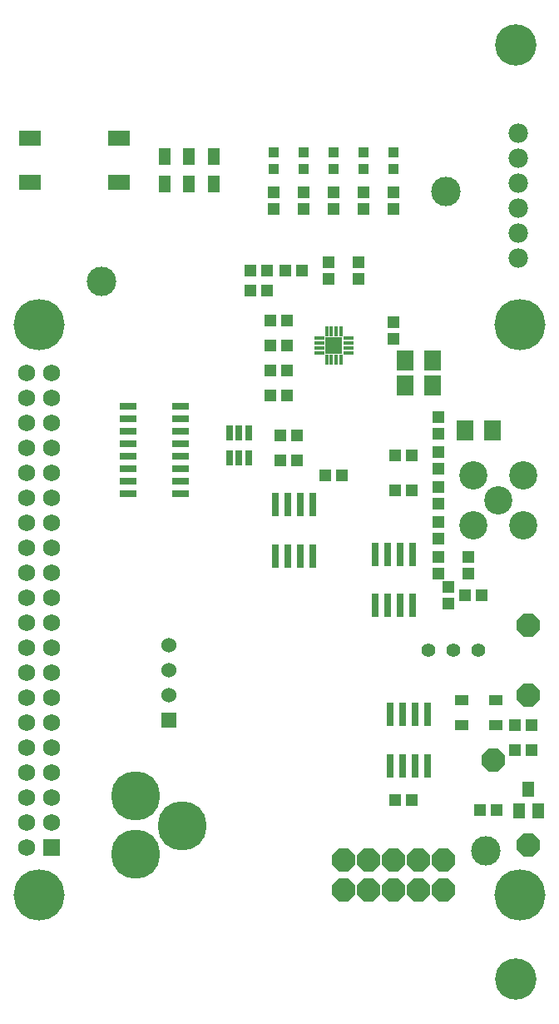
<source format=gts>
G04 EAGLE Gerber RS-274X export*
G75*
%MOMM*%
%FSLAX34Y34*%
%LPD*%
%INSoldermask Top*%
%IPPOS*%
%AMOC8*
5,1,8,0,0,1.08239X$1,22.5*%
G01*
%ADD10C,4.203200*%
%ADD11C,3.000000*%
%ADD12C,5.003200*%
%ADD13R,1.727200X1.727200*%
%ADD14C,1.727200*%
%ADD15C,5.203200*%
%ADD16R,0.803200X2.403200*%
%ADD17R,1.303200X1.203200*%
%ADD18R,2.303200X1.603200*%
%ADD19R,1.203200X1.803200*%
%ADD20R,1.003200X1.003200*%
%ADD21P,2.556822X8X202.500000*%
%ADD22R,1.753200X0.803200*%
%ADD23R,1.203200X1.303200*%
%ADD24C,1.403200*%
%ADD25R,1.330400X0.987100*%
%ADD26R,1.203200X1.603200*%
%ADD27R,0.452400X1.008000*%
%ADD28R,1.008000X0.452400*%
%ADD29R,1.753200X1.753200*%
%ADD30R,1.524000X1.524000*%
%ADD31C,1.524000*%
%ADD32C,1.981200*%
%ADD33C,2.870200*%
%ADD34P,2.556822X8X292.500000*%
%ADD35R,0.762000X1.524000*%
%ADD36R,1.803200X2.003200*%
%ADD37P,2.556822X8X22.500000*%
%ADD38P,2.556822X8X112.500000*%


D10*
X520000Y900000D03*
X520000Y-50000D03*
D11*
X490000Y80000D03*
X98840Y659120D03*
X449360Y750560D03*
D12*
X180700Y106080D03*
X133700Y136080D03*
X133700Y77080D03*
D13*
X47700Y83700D03*
D14*
X22282Y83566D03*
X47682Y108966D03*
X22282Y108966D03*
X47682Y134366D03*
X22282Y134366D03*
X47682Y159766D03*
X22282Y159766D03*
X47682Y185166D03*
X22282Y185166D03*
X47682Y210566D03*
X22282Y210566D03*
X47682Y235966D03*
X22282Y235966D03*
X47682Y261366D03*
X22282Y261366D03*
X47682Y286766D03*
X22282Y286766D03*
X47682Y312166D03*
X22282Y312166D03*
X47682Y337566D03*
X22282Y337566D03*
X47682Y362966D03*
X22282Y362966D03*
X47682Y388366D03*
X22282Y388366D03*
X47682Y413766D03*
X22282Y413766D03*
X47682Y439166D03*
X22282Y439166D03*
X47682Y464566D03*
X22282Y464566D03*
X47682Y489966D03*
X22282Y489966D03*
X47682Y515366D03*
X22282Y515366D03*
X47682Y540766D03*
X22282Y540766D03*
X47682Y566166D03*
X22282Y566166D03*
D15*
X35000Y35000D03*
X525000Y35000D03*
X525000Y615000D03*
X35000Y615000D03*
D16*
X402670Y381680D03*
X402670Y329680D03*
X415370Y381680D03*
X389970Y381680D03*
X377270Y381680D03*
X415370Y329680D03*
X389970Y329680D03*
X377270Y329680D03*
D17*
X442040Y379260D03*
X442040Y362260D03*
D18*
X25700Y804900D03*
X25700Y759900D03*
X116700Y759900D03*
X116700Y804900D03*
D19*
X188040Y786240D03*
X213040Y786240D03*
X163040Y786240D03*
X163040Y758240D03*
X188040Y758240D03*
X213040Y758240D03*
D17*
X396240Y733180D03*
X396240Y750180D03*
X304800Y733180D03*
X304800Y750180D03*
X365760Y733180D03*
X365760Y750180D03*
D20*
X396240Y774070D03*
X396240Y790570D03*
X304800Y774070D03*
X304800Y790570D03*
X365760Y774070D03*
X365760Y790570D03*
D21*
X447040Y40640D03*
X345440Y40640D03*
X396240Y40640D03*
X370840Y40640D03*
X421640Y40640D03*
D22*
X179200Y443230D03*
X179200Y455930D03*
X179200Y468630D03*
X179200Y481330D03*
X125800Y481330D03*
X125800Y468630D03*
X125800Y455930D03*
X125800Y443230D03*
X179200Y494030D03*
X179200Y506730D03*
X179200Y519430D03*
X179200Y532130D03*
X125800Y532130D03*
X125800Y519430D03*
X125800Y506730D03*
X125800Y494030D03*
D23*
X472440Y379340D03*
X472440Y362340D03*
D17*
X486020Y340360D03*
X469020Y340360D03*
X452120Y348860D03*
X452120Y331860D03*
D24*
X457200Y284480D03*
X431800Y284480D03*
X482600Y284480D03*
D16*
X417830Y219040D03*
X417830Y167040D03*
X430530Y219040D03*
X405130Y219040D03*
X392430Y219040D03*
X430530Y167040D03*
X405130Y167040D03*
X392430Y167040D03*
D23*
X397900Y132080D03*
X414900Y132080D03*
D25*
X499815Y233680D03*
X465385Y233680D03*
X499815Y208280D03*
X465385Y208280D03*
D17*
X536820Y208280D03*
X519820Y208280D03*
D23*
X536820Y182880D03*
X519820Y182880D03*
D26*
X533400Y143080D03*
X542900Y121080D03*
X523900Y121080D03*
D27*
X327780Y579836D03*
X332780Y579836D03*
X337780Y579836D03*
X342780Y579836D03*
D28*
X349804Y586860D03*
X349804Y591860D03*
X349804Y596860D03*
X349804Y601860D03*
D27*
X342780Y608884D03*
X337780Y608884D03*
X332780Y608884D03*
X327780Y608884D03*
D28*
X320756Y601860D03*
X320756Y596860D03*
X320756Y591860D03*
X320756Y586860D03*
D29*
X335280Y594360D03*
D30*
X167640Y213360D03*
D31*
X167640Y238760D03*
X167640Y264160D03*
X167640Y289560D03*
D32*
X523240Y734060D03*
X523240Y759460D03*
X523240Y784860D03*
X523240Y810260D03*
X523240Y708660D03*
X523240Y683260D03*
D17*
X274320Y733180D03*
X274320Y750180D03*
D20*
X274320Y774070D03*
X274320Y790570D03*
D23*
X267580Y670560D03*
X250580Y670560D03*
X303140Y670560D03*
X286140Y670560D03*
X287900Y543560D03*
X270900Y543560D03*
X298060Y502920D03*
X281060Y502920D03*
X298060Y477520D03*
X281060Y477520D03*
D16*
X300990Y432400D03*
X300990Y380400D03*
X313690Y432400D03*
X288290Y432400D03*
X275590Y432400D03*
X313690Y380400D03*
X288290Y380400D03*
X275590Y380400D03*
D33*
X477520Y462280D03*
X477520Y411480D03*
X528320Y411480D03*
X528320Y462280D03*
X502920Y436880D03*
D17*
X441960Y504580D03*
X441960Y521580D03*
X441960Y469020D03*
X441960Y486020D03*
X441960Y433460D03*
X441960Y450460D03*
D23*
X441960Y414900D03*
X441960Y397900D03*
D17*
X414900Y447040D03*
X397900Y447040D03*
X414900Y482600D03*
X397900Y482600D03*
D23*
X396240Y601100D03*
X396240Y618100D03*
D17*
X250580Y650240D03*
X267580Y650240D03*
X270900Y568960D03*
X287900Y568960D03*
D34*
X533400Y238760D03*
X533400Y86360D03*
D23*
X501260Y121920D03*
X484260Y121920D03*
D17*
X335280Y733180D03*
X335280Y750180D03*
D20*
X335280Y774070D03*
X335280Y790570D03*
D35*
X248260Y505714D03*
X238760Y505714D03*
X229260Y505714D03*
X229260Y479806D03*
X238760Y479806D03*
X248260Y479806D03*
D23*
X270900Y619760D03*
X287900Y619760D03*
D17*
X360680Y662060D03*
X360680Y679060D03*
D23*
X330200Y662060D03*
X330200Y679060D03*
X287900Y594360D03*
X270900Y594360D03*
D36*
X407640Y553720D03*
X435640Y553720D03*
X435640Y579120D03*
X407640Y579120D03*
X468600Y508000D03*
X496600Y508000D03*
D17*
X326780Y462280D03*
X343780Y462280D03*
D37*
X497840Y172720D03*
X447040Y71120D03*
X345440Y71120D03*
X370840Y71120D03*
X396240Y71120D03*
X421640Y71120D03*
D38*
X533400Y309880D03*
M02*

</source>
